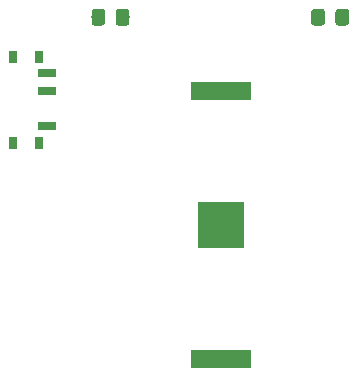
<source format=gbr>
G04 #@! TF.GenerationSoftware,KiCad,Pcbnew,5.0.2+dfsg1-1*
G04 #@! TF.CreationDate,2019-05-16T07:21:41+02:00*
G04 #@! TF.ProjectId,5thpcbway,35746870-6362-4776-9179-2e6b69636164,rev?*
G04 #@! TF.SameCoordinates,Original*
G04 #@! TF.FileFunction,Paste,Bot*
G04 #@! TF.FilePolarity,Positive*
%FSLAX46Y46*%
G04 Gerber Fmt 4.6, Leading zero omitted, Abs format (unit mm)*
G04 Created by KiCad (PCBNEW 5.0.2+dfsg1-1) date jue 16 may 2019 07:21:41 CEST*
%MOMM*%
%LPD*%
G01*
G04 APERTURE LIST*
%ADD10R,3.960000X3.960000*%
%ADD11R,5.100000X1.640000*%
%ADD12R,1.500000X0.700000*%
%ADD13R,0.800000X1.000000*%
%ADD14C,0.100000*%
%ADD15C,1.150000*%
G04 APERTURE END LIST*
D10*
G04 #@! TO.C,BT1*
X186600000Y-78600000D03*
D11*
X186600000Y-89960000D03*
X186600000Y-67240000D03*
G04 #@! TD*
D12*
G04 #@! TO.C,SW1*
X171830000Y-70250000D03*
X171830000Y-67250000D03*
X171830000Y-65750000D03*
D13*
X168970000Y-71650000D03*
X168970000Y-64350000D03*
X171180000Y-64350000D03*
X171180000Y-71650000D03*
G04 #@! TD*
D14*
G04 #@! TO.C,R2*
G36*
X197174505Y-60301204D02*
X197198773Y-60304804D01*
X197222572Y-60310765D01*
X197245671Y-60319030D01*
X197267850Y-60329520D01*
X197288893Y-60342132D01*
X197308599Y-60356747D01*
X197326777Y-60373223D01*
X197343253Y-60391401D01*
X197357868Y-60411107D01*
X197370480Y-60432150D01*
X197380970Y-60454329D01*
X197389235Y-60477428D01*
X197395196Y-60501227D01*
X197398796Y-60525495D01*
X197400000Y-60549999D01*
X197400000Y-61450001D01*
X197398796Y-61474505D01*
X197395196Y-61498773D01*
X197389235Y-61522572D01*
X197380970Y-61545671D01*
X197370480Y-61567850D01*
X197357868Y-61588893D01*
X197343253Y-61608599D01*
X197326777Y-61626777D01*
X197308599Y-61643253D01*
X197288893Y-61657868D01*
X197267850Y-61670480D01*
X197245671Y-61680970D01*
X197222572Y-61689235D01*
X197198773Y-61695196D01*
X197174505Y-61698796D01*
X197150001Y-61700000D01*
X196499999Y-61700000D01*
X196475495Y-61698796D01*
X196451227Y-61695196D01*
X196427428Y-61689235D01*
X196404329Y-61680970D01*
X196382150Y-61670480D01*
X196361107Y-61657868D01*
X196341401Y-61643253D01*
X196323223Y-61626777D01*
X196306747Y-61608599D01*
X196292132Y-61588893D01*
X196279520Y-61567850D01*
X196269030Y-61545671D01*
X196260765Y-61522572D01*
X196254804Y-61498773D01*
X196251204Y-61474505D01*
X196250000Y-61450001D01*
X196250000Y-60549999D01*
X196251204Y-60525495D01*
X196254804Y-60501227D01*
X196260765Y-60477428D01*
X196269030Y-60454329D01*
X196279520Y-60432150D01*
X196292132Y-60411107D01*
X196306747Y-60391401D01*
X196323223Y-60373223D01*
X196341401Y-60356747D01*
X196361107Y-60342132D01*
X196382150Y-60329520D01*
X196404329Y-60319030D01*
X196427428Y-60310765D01*
X196451227Y-60304804D01*
X196475495Y-60301204D01*
X196499999Y-60300000D01*
X197150001Y-60300000D01*
X197174505Y-60301204D01*
X197174505Y-60301204D01*
G37*
D15*
X196825000Y-61000000D03*
D14*
G36*
X195124505Y-60301204D02*
X195148773Y-60304804D01*
X195172572Y-60310765D01*
X195195671Y-60319030D01*
X195217850Y-60329520D01*
X195238893Y-60342132D01*
X195258599Y-60356747D01*
X195276777Y-60373223D01*
X195293253Y-60391401D01*
X195307868Y-60411107D01*
X195320480Y-60432150D01*
X195330970Y-60454329D01*
X195339235Y-60477428D01*
X195345196Y-60501227D01*
X195348796Y-60525495D01*
X195350000Y-60549999D01*
X195350000Y-61450001D01*
X195348796Y-61474505D01*
X195345196Y-61498773D01*
X195339235Y-61522572D01*
X195330970Y-61545671D01*
X195320480Y-61567850D01*
X195307868Y-61588893D01*
X195293253Y-61608599D01*
X195276777Y-61626777D01*
X195258599Y-61643253D01*
X195238893Y-61657868D01*
X195217850Y-61670480D01*
X195195671Y-61680970D01*
X195172572Y-61689235D01*
X195148773Y-61695196D01*
X195124505Y-61698796D01*
X195100001Y-61700000D01*
X194449999Y-61700000D01*
X194425495Y-61698796D01*
X194401227Y-61695196D01*
X194377428Y-61689235D01*
X194354329Y-61680970D01*
X194332150Y-61670480D01*
X194311107Y-61657868D01*
X194291401Y-61643253D01*
X194273223Y-61626777D01*
X194256747Y-61608599D01*
X194242132Y-61588893D01*
X194229520Y-61567850D01*
X194219030Y-61545671D01*
X194210765Y-61522572D01*
X194204804Y-61498773D01*
X194201204Y-61474505D01*
X194200000Y-61450001D01*
X194200000Y-60549999D01*
X194201204Y-60525495D01*
X194204804Y-60501227D01*
X194210765Y-60477428D01*
X194219030Y-60454329D01*
X194229520Y-60432150D01*
X194242132Y-60411107D01*
X194256747Y-60391401D01*
X194273223Y-60373223D01*
X194291401Y-60356747D01*
X194311107Y-60342132D01*
X194332150Y-60329520D01*
X194354329Y-60319030D01*
X194377428Y-60310765D01*
X194401227Y-60304804D01*
X194425495Y-60301204D01*
X194449999Y-60300000D01*
X195100001Y-60300000D01*
X195124505Y-60301204D01*
X195124505Y-60301204D01*
G37*
D15*
X194775000Y-61000000D03*
G04 #@! TD*
D14*
G04 #@! TO.C,R1*
G36*
X178574505Y-60301204D02*
X178598773Y-60304804D01*
X178622572Y-60310765D01*
X178645671Y-60319030D01*
X178667850Y-60329520D01*
X178688893Y-60342132D01*
X178708599Y-60356747D01*
X178726777Y-60373223D01*
X178743253Y-60391401D01*
X178757868Y-60411107D01*
X178770480Y-60432150D01*
X178780970Y-60454329D01*
X178789235Y-60477428D01*
X178795196Y-60501227D01*
X178798796Y-60525495D01*
X178800000Y-60549999D01*
X178800000Y-61450001D01*
X178798796Y-61474505D01*
X178795196Y-61498773D01*
X178789235Y-61522572D01*
X178780970Y-61545671D01*
X178770480Y-61567850D01*
X178757868Y-61588893D01*
X178743253Y-61608599D01*
X178726777Y-61626777D01*
X178708599Y-61643253D01*
X178688893Y-61657868D01*
X178667850Y-61670480D01*
X178645671Y-61680970D01*
X178622572Y-61689235D01*
X178598773Y-61695196D01*
X178574505Y-61698796D01*
X178550001Y-61700000D01*
X177899999Y-61700000D01*
X177875495Y-61698796D01*
X177851227Y-61695196D01*
X177827428Y-61689235D01*
X177804329Y-61680970D01*
X177782150Y-61670480D01*
X177761107Y-61657868D01*
X177741401Y-61643253D01*
X177723223Y-61626777D01*
X177706747Y-61608599D01*
X177692132Y-61588893D01*
X177679520Y-61567850D01*
X177669030Y-61545671D01*
X177660765Y-61522572D01*
X177654804Y-61498773D01*
X177651204Y-61474505D01*
X177650000Y-61450001D01*
X177650000Y-60549999D01*
X177651204Y-60525495D01*
X177654804Y-60501227D01*
X177660765Y-60477428D01*
X177669030Y-60454329D01*
X177679520Y-60432150D01*
X177692132Y-60411107D01*
X177706747Y-60391401D01*
X177723223Y-60373223D01*
X177741401Y-60356747D01*
X177761107Y-60342132D01*
X177782150Y-60329520D01*
X177804329Y-60319030D01*
X177827428Y-60310765D01*
X177851227Y-60304804D01*
X177875495Y-60301204D01*
X177899999Y-60300000D01*
X178550001Y-60300000D01*
X178574505Y-60301204D01*
X178574505Y-60301204D01*
G37*
D15*
X178225000Y-61000000D03*
D14*
G36*
X176524505Y-60301204D02*
X176548773Y-60304804D01*
X176572572Y-60310765D01*
X176595671Y-60319030D01*
X176617850Y-60329520D01*
X176638893Y-60342132D01*
X176658599Y-60356747D01*
X176676777Y-60373223D01*
X176693253Y-60391401D01*
X176707868Y-60411107D01*
X176720480Y-60432150D01*
X176730970Y-60454329D01*
X176739235Y-60477428D01*
X176745196Y-60501227D01*
X176748796Y-60525495D01*
X176750000Y-60549999D01*
X176750000Y-61450001D01*
X176748796Y-61474505D01*
X176745196Y-61498773D01*
X176739235Y-61522572D01*
X176730970Y-61545671D01*
X176720480Y-61567850D01*
X176707868Y-61588893D01*
X176693253Y-61608599D01*
X176676777Y-61626777D01*
X176658599Y-61643253D01*
X176638893Y-61657868D01*
X176617850Y-61670480D01*
X176595671Y-61680970D01*
X176572572Y-61689235D01*
X176548773Y-61695196D01*
X176524505Y-61698796D01*
X176500001Y-61700000D01*
X175849999Y-61700000D01*
X175825495Y-61698796D01*
X175801227Y-61695196D01*
X175777428Y-61689235D01*
X175754329Y-61680970D01*
X175732150Y-61670480D01*
X175711107Y-61657868D01*
X175691401Y-61643253D01*
X175673223Y-61626777D01*
X175656747Y-61608599D01*
X175642132Y-61588893D01*
X175629520Y-61567850D01*
X175619030Y-61545671D01*
X175610765Y-61522572D01*
X175604804Y-61498773D01*
X175601204Y-61474505D01*
X175600000Y-61450001D01*
X175600000Y-60549999D01*
X175601204Y-60525495D01*
X175604804Y-60501227D01*
X175610765Y-60477428D01*
X175619030Y-60454329D01*
X175629520Y-60432150D01*
X175642132Y-60411107D01*
X175656747Y-60391401D01*
X175673223Y-60373223D01*
X175691401Y-60356747D01*
X175711107Y-60342132D01*
X175732150Y-60329520D01*
X175754329Y-60319030D01*
X175777428Y-60310765D01*
X175801227Y-60304804D01*
X175825495Y-60301204D01*
X175849999Y-60300000D01*
X176500001Y-60300000D01*
X176524505Y-60301204D01*
X176524505Y-60301204D01*
G37*
D15*
X176175000Y-61000000D03*
G04 #@! TD*
M02*

</source>
